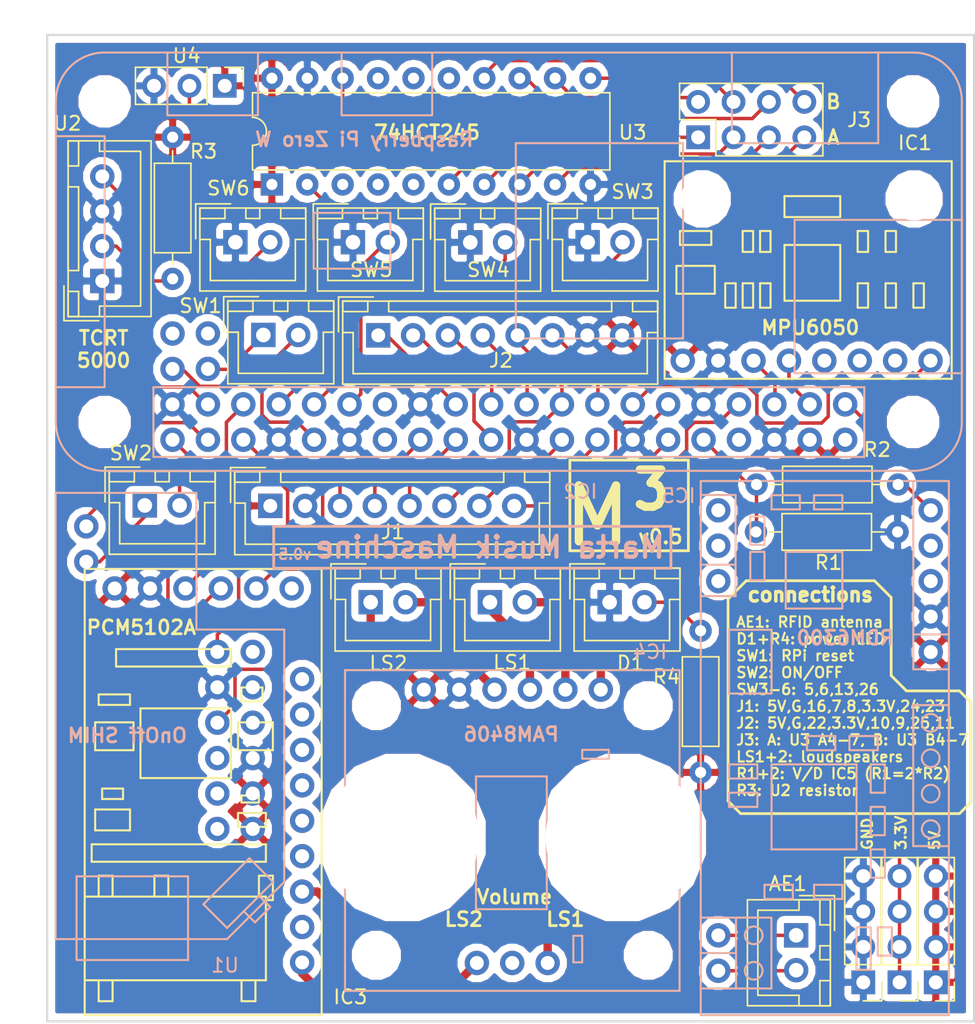
<source format=kicad_pcb>
(kicad_pcb (version 4) (host pcbnew 4.0.7-e2-6376~58~ubuntu16.04.1)
  (layers (0 F.Cu signal) (31 B.Cu signal hide) (34 B.Paste user) (35 F.Paste user) (36 B.SilkS user) (37 F.SilkS user hide) (38 B.Mask user) (39 F.Mask user hide) (44 Edge.Cuts user))
  (net 0 "")
  (net 1 "Net-(AE1-Pad1)")
  (net 2 "Net-(AE1-Pad2)")
  (net 3 GNDREF)
  (net 4 +5V)
  (net 5 "Net-(IC1-Pad3)")
  (net 6 "Net-(IC1-Pad4)")
  (net 7 "Net-(IC1-Pad5)")
  (net 8 "Net-(IC1-Pad6)")
  (net 9 "Net-(IC1-Pad7)")
  (net 10 "Net-(IC1-Pad8)")
  (net 11 "Net-(IC2-Pad21)")
  (net 12 "Net-(IC2-Pad22)")
  (net 13 "Net-(IC2-Pad23)")
  (net 14 "Net-(IC2-Pad24)")
  (net 15 "Net-(IC2-Pad26)")
  (net 16 "Net-(IC2-Pad27)")
  (net 17 "Net-(IC2-Pad28)")
  (net 18 "Net-(IC2-Pad29)")
  (net 19 "Net-(IC2-Pad31)")
  (net 20 "Net-(IC2-Pad32)")
  (net 21 "Net-(IC2-Pad33)")
  (net 22 "Net-(IC2-Pad35)")
  (net 23 "Net-(IC2-Pad36)")
  (net 24 "Net-(IC2-Pad37)")
  (net 25 "Net-(IC2-Pad38)")
  (net 26 "Net-(IC2-Pad40)")
  (net 27 +3V3)
  (net 28 "Net-(IC2-Pad8)")
  (net 29 "Net-(IC2-Pad10)")
  (net 30 "Net-(IC2-Pad11)")
  (net 31 "Net-(IC2-Pad12)")
  (net 32 "Net-(IC2-Pad15)")
  (net 33 "Net-(IC2-Pad16)")
  (net 34 "Net-(IC2-Pad17)")
  (net 35 "Net-(IC2-Pad18)")
  (net 36 "Net-(IC2-Pad19)")
  (net 37 "Net-(IC2-Pad41)")
  (net 38 "Net-(IC2-Pad42)")
  (net 39 "Net-(IC2-Pad43)")
  (net 40 "Net-(IC2-Pad44)")
  (net 41 "Net-(IC3-Pad6)")
  (net 42 "Net-(IC3-Pad12)")
  (net 43 "Net-(IC3-Pad13)")
  (net 44 "Net-(IC3-Pad14)")
  (net 45 "Net-(IC3-Pad15)")
  (net 46 "Net-(IC3-Pad11)")
  (net 47 "Net-(IC3-Pad10)")
  (net 48 "Net-(IC3-Pad9)")
  (net 49 "Net-(IC3-Pad8)")
  (net 50 "Net-(IC3-Pad7)")
  (net 51 "Net-(IC4-Pad3)")
  (net 52 "Net-(IC4-Pad5)")
  (net 53 "Net-(IC5-Pad3)")
  (net 54 "Net-(IC5-Pad4)")
  (net 55 "Net-(IC5-Pad5)")
  (net 56 "Net-(IC5-Pad6)")
  (net 57 "Net-(IC5-Pad7)")
  (net 58 "Net-(IC5-Pad8)")
  (net 59 "Net-(U3-Pad18)")
  (net 60 "Net-(IC4-Pad6)")
  (net 61 "Net-(IC4-Pad4)")
  (net 62 "Net-(IC4-Pad8)")
  (net 63 "Net-(J3-Pad1)")
  (net 64 "Net-(J3-Pad2)")
  (net 65 "Net-(J3-Pad3)")
  (net 66 "Net-(J3-Pad4)")
  (net 67 "Net-(J3-Pad5)")
  (net 68 "Net-(J3-Pad6)")
  (net 69 "Net-(J3-Pad7)")
  (net 70 "Net-(IC2-Pad7)")
  (net 71 "Net-(SW2-Pad2)")
  (net 72 "Net-(J3-Pad8)")
  (net 73 "Net-(SW2-Pad1)")
  (net 74 "Net-(U3-Pad3)")
  (net 75 "Net-(U3-Pad4)")
  (net 76 "Net-(U3-Pad5)")
  (net 77 "Net-(U3-Pad15)")
  (net 78 "Net-(U3-Pad16)")
  (net 79 "Net-(U3-Pad17)")
  (net 80 "Net-(R3-Pad1)")
  (net 81 "Net-(U1-Pad4)")
  (net 82 "Net-(U1-Pad5)")
  (net 83 "Net-(U1-Pad6)")
  (net 84 "Net-(U1-Pad7)")
  (net 85 "Net-(U1-Pad8)")
  (net 86 "Net-(U1-Pad9)")
  (net 87 "Net-(D1-Pad2)")
  (module Connectors_JST:JST_XH_B02B-XH-A_02x2.50mm_Straight (layer F.Cu) (at 158.75 69.5)
    (fp_text reference SW2 (at -1 -3.75) (layer F.SilkS))
    (fp_text value "ON/OFF Button")
    (pad 1 thru_hole rect (at 0 0) (size 1.75 1.75) (drill 1.05) (layers *.Cu *.Mask) (net 73 "Net-(SW2-Pad1)"))
    (pad 2 thru_hole circle (at 2.5 0) (size 1.75 1.75) (drill 1.05) (layers *.Cu *.Mask) (net 71 "Net-(SW2-Pad2)"))
  )
  (module Resistors_THT:R_Axial_DIN0207_L6.3mm_D2.5mm_P10.16mm_Horizontal (layer F.Cu) (at 212.8 68 180)
    (fp_text reference R2 (at 1.5 2.5 180) (layer F.SilkS))
    (fp_text value a)
    (pad 1 thru_hole circle (at 0 0 180) (size 1.6 1.6) (drill 0.8) (layers *.Cu *.Mask) (net 55 "Net-(IC5-Pad5)"))
    (pad 2 thru_hole oval (at 10.16 0 180) (size 1.6 1.6) (drill 0.8) (layers *.Cu *.Mask) (net 29 "Net-(IC2-Pad10)"))
  )
  (module footprints:RaspberryPiZeroW_UpSideDown (layer B.Cu) (at 209 62.25)
    (fp_text reference IC2 (at -19 6.25) (layer B.SilkS) (effects (justify mirror)))
    (fp_text value RaspberryPiZeroW)
    (pad "" np_thru_hole circle (at -53.13 1.27) (size 2.75 2.75) (drill 2.75) (layers *.Cu *.Mask))
    (pad "" np_thru_hole circle (at 4.87 -21.73) (size 2.75 2.75) (drill 2.75) (layers *.Cu *.Mask))
    (pad "" np_thru_hole circle (at 4.87 1.27) (size 2.75 2.75) (drill 2.75) (layers *.Cu *.Mask))
    (pad "" np_thru_hole circle (at -53.13 -21.73) (size 2.75 2.75) (drill 2.75) (layers *.Cu *.Mask))
    (pad 1 thru_hole circle (at 0 0) (size 1.75 1.75) (drill 1) (layers *.Cu *.Mask) (net 27 +3V3))
    (pad 2 thru_hole circle (at 0 2.54) (size 1.75 1.75) (drill 1) (layers *.Cu *.Mask) (net 4 +5V))
    (pad 3 thru_hole circle (at -2.54 0) (size 1.75 1.75) (drill 1) (layers *.Cu *.Mask) (net 6 "Net-(IC1-Pad4)"))
    (pad 4 thru_hole circle (at -2.54 2.54) (size 1.75 1.75) (drill 1) (layers *.Cu *.Mask) (net 4 +5V))
    (pad 5 thru_hole circle (at -5.08 0) (size 1.75 1.75) (drill 1) (layers *.Cu *.Mask) (net 5 "Net-(IC1-Pad3)"))
    (pad 6 thru_hole circle (at -5.08 2.54) (size 1.75 1.75) (drill 1) (layers *.Cu *.Mask) (net 3 GNDREF))
    (pad 7 thru_hole circle (at -7.62 0) (size 1.75 1.75) (drill 1) (layers *.Cu *.Mask) (net 70 "Net-(IC2-Pad7)"))
    (pad 8 thru_hole circle (at -7.62 2.54) (size 1.75 1.75) (drill 1) (layers *.Cu *.Mask) (net 28 "Net-(IC2-Pad8)"))
    (pad 9 thru_hole circle (at -10.16 0) (size 1.75 1.75) (drill 1) (layers *.Cu *.Mask) (net 3 GNDREF))
    (pad 10 thru_hole circle (at -10.16 2.54) (size 1.75 1.75) (drill 1) (layers *.Cu *.Mask) (net 29 "Net-(IC2-Pad10)"))
    (pad 11 thru_hole circle (at -12.7 0) (size 1.75 1.75) (drill 1) (layers *.Cu *.Mask) (net 30 "Net-(IC2-Pad11)"))
    (pad 12 thru_hole circle (at -12.7 2.54) (size 1.75 1.75) (drill 1) (layers *.Cu *.Mask) (net 31 "Net-(IC2-Pad12)"))
    (pad 13 thru_hole circle (at -15.24 0) (size 1.75 1.75) (drill 1) (layers *.Cu *.Mask) (net 10 "Net-(IC1-Pad8)"))
    (pad 14 thru_hole circle (at -15.24 2.54) (size 1.75 1.75) (drill 1) (layers *.Cu *.Mask) (net 3 GNDREF))
    (pad 15 thru_hole circle (at -17.78 0) (size 1.75 1.75) (drill 1) (layers *.Cu *.Mask) (net 32 "Net-(IC2-Pad15)"))
    (pad 16 thru_hole circle (at -17.78 2.54) (size 1.75 1.75) (drill 1) (layers *.Cu *.Mask) (net 33 "Net-(IC2-Pad16)"))
    (pad 17 thru_hole circle (at -20.32 0) (size 1.75 1.75) (drill 1) (layers *.Cu *.Mask) (net 34 "Net-(IC2-Pad17)"))
    (pad 18 thru_hole circle (at -20.32 2.54) (size 1.75 1.75) (drill 1) (layers *.Cu *.Mask) (net 35 "Net-(IC2-Pad18)"))
    (pad 19 thru_hole circle (at -22.86 0) (size 1.75 1.75) (drill 1) (layers *.Cu *.Mask) (net 36 "Net-(IC2-Pad19)"))
    (pad 20 thru_hole circle (at -22.86 2.54) (size 1.75 1.75) (drill 1) (layers *.Cu *.Mask) (net 3 GNDREF))
    (pad 21 thru_hole circle (at -25.4 0) (size 1.75 1.75) (drill 1) (layers *.Cu *.Mask) (net 11 "Net-(IC2-Pad21)"))
    (pad 22 thru_hole circle (at -25.4 2.54) (size 1.75 1.75) (drill 1) (layers *.Cu *.Mask) (net 12 "Net-(IC2-Pad22)"))
    (pad 23 thru_hole circle (at -27.94 0) (size 1.75 1.75) (drill 1) (layers *.Cu *.Mask) (net 13 "Net-(IC2-Pad23)"))
    (pad 24 thru_hole circle (at -27.94 2.54) (size 1.75 1.75) (drill 1) (layers *.Cu *.Mask) (net 14 "Net-(IC2-Pad24)"))
    (pad 25 thru_hole circle (at -30.48 0) (size 1.75 1.75) (drill 1) (layers *.Cu *.Mask) (net 3 GNDREF))
    (pad 26 thru_hole circle (at -30.48 2.54) (size 1.75 1.75) (drill 1) (layers *.Cu *.Mask) (net 15 "Net-(IC2-Pad26)"))
    (pad 27 thru_hole circle (at -33.02 0) (size 1.75 1.75) (drill 1) (layers *.Cu *.Mask) (net 16 "Net-(IC2-Pad27)"))
    (pad 28 thru_hole circle (at -33.02 2.54) (size 1.75 1.75) (drill 1) (layers *.Cu *.Mask) (net 17 "Net-(IC2-Pad28)"))
    (pad 29 thru_hole circle (at -35.56 0) (size 1.75 1.75) (drill 1) (layers *.Cu *.Mask) (net 18 "Net-(IC2-Pad29)"))
    (pad 30 thru_hole circle (at -35.56 2.54) (size 1.75 1.75) (drill 1) (layers *.Cu *.Mask) (net 3 GNDREF))
    (pad 31 thru_hole circle (at -38.1 0) (size 1.75 1.75) (drill 1) (layers *.Cu *.Mask) (net 19 "Net-(IC2-Pad31)"))
    (pad 32 thru_hole circle (at -38.1 2.54) (size 1.75 1.75) (drill 1) (layers *.Cu *.Mask) (net 20 "Net-(IC2-Pad32)"))
    (pad 33 thru_hole circle (at -40.64 0) (size 1.75 1.75) (drill 1) (layers *.Cu *.Mask) (net 21 "Net-(IC2-Pad33)"))
    (pad 34 thru_hole circle (at -40.64 2.54) (size 1.75 1.75) (drill 1) (layers *.Cu *.Mask) (net 3 GNDREF))
    (pad 35 thru_hole circle (at -43.18 0) (size 1.75 1.75) (drill 1) (layers *.Cu *.Mask) (net 22 "Net-(IC2-Pad35)"))
    (pad 36 thru_hole circle (at -43.18 2.54) (size 1.75 1.75) (drill 1) (layers *.Cu *.Mask) (net 23 "Net-(IC2-Pad36)"))
    (pad 37 thru_hole circle (at -45.72 0) (size 1.75 1.75) (drill 1) (layers *.Cu *.Mask) (net 24 "Net-(IC2-Pad37)"))
    (pad 38 thru_hole circle (at -45.72 2.54) (size 1.75 1.75) (drill 1) (layers *.Cu *.Mask) (net 25 "Net-(IC2-Pad38)"))
    (pad 39 thru_hole circle (at -48.26 0) (size 1.75 1.75) (drill 1) (layers *.Cu *.Mask) (net 3 GNDREF))
    (pad 40 thru_hole circle (at -48.26 2.54) (size 1.75 1.75) (drill 1) (layers *.Cu *.Mask) (net 26 "Net-(IC2-Pad40)"))
    (pad 41 thru_hole circle (at -45.72 -2.54) (size 1.75 1.75) (drill 1) (layers *.Cu *.Mask) (net 37 "Net-(IC2-Pad41)"))
    (pad 42 thru_hole circle (at -48.26 -2.54) (size 1.75 1.75) (drill 1) (layers *.Cu *.Mask) (net 38 "Net-(IC2-Pad42)"))
    (pad 43 thru_hole circle (at -45.72 -5.08) (size 1.75 1.75) (drill 1) (layers *.Cu *.Mask) (net 39 "Net-(IC2-Pad43)"))
    (pad 44 thru_hole circle (at -48.26 -5.08) (size 1.75 1.75) (drill 1) (layers *.Cu *.Mask) (net 40 "Net-(IC2-Pad44)"))
  )
  (module footprints:MPU6050 (layer F.Cu) (at 197.3453 59.1185)
    (fp_text reference IC1 (at 16.6547 -15.6185) (layer F.SilkS))
    (fp_text value "MPU6050 Gyro + Accelerometer")
    (pad 1 thru_hole circle (at 0 0) (size 1.75 1.75) (drill 1) (layers *.Cu *.Mask) (net 4 +5V))
    (pad "" np_thru_hole circle (at 1.4 -11.6) (size 3.1 3.1) (drill 3.1) (layers *.Cu *.Mask))
    (pad "" np_thru_hole circle (at 16.6 -11.6) (size 3.1 3.1) (drill 3.1) (layers *.Cu *.Mask))
    (pad 2 thru_hole circle (at 2.54 0) (size 1.75 1.75) (drill 1) (layers *.Cu *.Mask) (net 3 GNDREF))
    (pad 3 thru_hole circle (at 5.08 0) (size 1.75 1.75) (drill 1) (layers *.Cu *.Mask) (net 5 "Net-(IC1-Pad3)"))
    (pad 4 thru_hole circle (at 7.62 0) (size 1.75 1.75) (drill 1) (layers *.Cu *.Mask) (net 6 "Net-(IC1-Pad4)"))
    (pad 5 thru_hole circle (at 10.16 0) (size 1.75 1.75) (drill 1) (layers *.Cu *.Mask) (net 7 "Net-(IC1-Pad5)"))
    (pad 6 thru_hole circle (at 12.7 0) (size 1.75 1.75) (drill 1) (layers *.Cu *.Mask) (net 8 "Net-(IC1-Pad6)"))
    (pad 7 thru_hole circle (at 15.24 0) (size 1.75 1.75) (drill 1) (layers *.Cu *.Mask) (net 9 "Net-(IC1-Pad7)"))
    (pad 8 thru_hole circle (at 17.78 0) (size 1.75 1.75) (drill 1) (layers *.Cu *.Mask) (net 10 "Net-(IC1-Pad8)"))
  )
  (module Connectors_JST:JST_XH_B08B-XH-A_08x2.50mm_Straight (layer F.Cu) (at 175.5 57.3)
    (fp_text reference J2 (at 8.8 1.8) (layer F.SilkS))
    (fp_text value Conn_01x08)
    (pad 1 thru_hole rect (at 0 0) (size 1.75 1.75) (drill 1) (layers *.Cu *.Mask) (net 13 "Net-(IC2-Pad23)"))
    (pad 2 thru_hole circle (at 2.5 0) (size 1.75 1.75) (drill 1) (layers *.Cu *.Mask) (net 12 "Net-(IC2-Pad22)"))
    (pad 3 thru_hole circle (at 5 0) (size 1.75 1.75) (drill 1) (layers *.Cu *.Mask) (net 11 "Net-(IC2-Pad21)"))
    (pad 4 thru_hole circle (at 7.5 0) (size 1.75 1.75) (drill 1) (layers *.Cu *.Mask) (net 36 "Net-(IC2-Pad19)"))
    (pad 5 thru_hole circle (at 10 0) (size 1.75 1.75) (drill 1) (layers *.Cu *.Mask) (net 34 "Net-(IC2-Pad17)"))
    (pad 6 thru_hole circle (at 12.5 0) (size 1.75 1.75) (drill 1) (layers *.Cu *.Mask) (net 32 "Net-(IC2-Pad15)"))
    (pad 7 thru_hole circle (at 15 0) (size 1.75 1.75) (drill 1) (layers *.Cu *.Mask) (net 3 GNDREF))
    (pad 8 thru_hole circle (at 17.5 0) (size 1.75 1.75) (drill 1) (layers *.Cu *.Mask) (net 4 +5V))
  )
  (module Housings_DIP:DIP-20_W7.62mm (layer F.Cu) (at 167.8686 46.482 90)
    (fp_text reference U3 (at 3.732 25.8814 360) (layer F.SilkS))
    (fp_text value "74HCT245 Level Shifter")
    (pad 1 thru_hole rect (at 0 0 90) (size 1.6 1.6) (drill 0.8) (layers *.Cu *.Mask) (net 4 +5V))
    (pad 11 thru_hole oval (at 7.62 22.86 90) (size 1.6 1.6) (drill 0.8) (layers *.Cu *.Mask) (net 66 "Net-(J3-Pad4)"))
    (pad 2 thru_hole oval (at 0 2.54 90) (size 1.6 1.6) (drill 0.8) (layers *.Cu *.Mask) (net 20 "Net-(IC2-Pad32)"))
    (pad 12 thru_hole oval (at 7.62 20.32 90) (size 1.6 1.6) (drill 0.8) (layers *.Cu *.Mask) (net 64 "Net-(J3-Pad2)"))
    (pad 3 thru_hole oval (at 0 5.08 90) (size 1.6 1.6) (drill 0.8) (layers *.Cu *.Mask) (net 74 "Net-(U3-Pad3)"))
    (pad 13 thru_hole oval (at 7.62 17.78 90) (size 1.6 1.6) (drill 0.8) (layers *.Cu *.Mask) (net 68 "Net-(J3-Pad6)"))
    (pad 4 thru_hole oval (at 0 7.62 90) (size 1.6 1.6) (drill 0.8) (layers *.Cu *.Mask) (net 75 "Net-(U3-Pad4)"))
    (pad 14 thru_hole oval (at 7.62 15.24 90) (size 1.6 1.6) (drill 0.8) (layers *.Cu *.Mask) (net 72 "Net-(J3-Pad8)"))
    (pad 5 thru_hole oval (at 0 10.16 90) (size 1.6 1.6) (drill 0.8) (layers *.Cu *.Mask) (net 76 "Net-(U3-Pad5)"))
    (pad 15 thru_hole oval (at 7.62 12.7 90) (size 1.6 1.6) (drill 0.8) (layers *.Cu *.Mask) (net 77 "Net-(U3-Pad15)"))
    (pad 6 thru_hole oval (at 0 12.7 90) (size 1.6 1.6) (drill 0.8) (layers *.Cu *.Mask) (net 63 "Net-(J3-Pad1)"))
    (pad 16 thru_hole oval (at 7.62 10.16 90) (size 1.6 1.6) (drill 0.8) (layers *.Cu *.Mask) (net 78 "Net-(U3-Pad16)"))
    (pad 7 thru_hole oval (at 0 15.24 90) (size 1.6 1.6) (drill 0.8) (layers *.Cu *.Mask) (net 65 "Net-(J3-Pad3)"))
    (pad 17 thru_hole oval (at 7.62 7.62 90) (size 1.6 1.6) (drill 0.8) (layers *.Cu *.Mask) (net 79 "Net-(U3-Pad17)"))
    (pad 8 thru_hole oval (at 0 17.78 90) (size 1.6 1.6) (drill 0.8) (layers *.Cu *.Mask) (net 67 "Net-(J3-Pad5)"))
    (pad 18 thru_hole oval (at 7.62 5.08 90) (size 1.6 1.6) (drill 0.8) (layers *.Cu *.Mask) (net 59 "Net-(U3-Pad18)"))
    (pad 9 thru_hole oval (at 0 20.32 90) (size 1.6 1.6) (drill 0.8) (layers *.Cu *.Mask) (net 69 "Net-(J3-Pad7)"))
    (pad 19 thru_hole oval (at 7.62 2.54 90) (size 1.6 1.6) (drill 0.8) (layers *.Cu *.Mask) (net 3 GNDREF))
    (pad 10 thru_hole oval (at 0 22.86 90) (size 1.6 1.6) (drill 0.8) (layers *.Cu *.Mask) (net 3 GNDREF))
    (pad 20 thru_hole oval (at 7.62 0 90) (size 1.6 1.6) (drill 0.8) (layers *.Cu *.Mask) (net 4 +5V))
  )
  (module Connectors_JST:JST_XH_B02B-XH-A_02x2.50mm_Straight (layer F.Cu) (at 183.515 76.4413)
    (fp_text reference LS1 (at 1.5875 4.318) (layer F.SilkS))
    (fp_text value "Right Speaker")
    (pad 1 thru_hole rect (at 0 0) (size 1.75 1.75) (drill 1.05) (layers *.Cu *.Mask) (net 52 "Net-(IC4-Pad5)"))
    (pad 2 thru_hole circle (at 2.5 0) (size 1.75 1.75) (drill 1.05) (layers *.Cu *.Mask) (net 60 "Net-(IC4-Pad6)"))
  )
  (module Connectors_JST:JST_XH_B02B-XH-A_02x2.50mm_Straight (layer F.Cu) (at 174.9552 76.4413)
    (fp_text reference LS2 (at 1.27 4.3815) (layer F.SilkS))
    (fp_text value "Left Speaker")
    (pad 1 thru_hole rect (at 0 0) (size 1.75 1.75) (drill 1.05) (layers *.Cu *.Mask) (net 51 "Net-(IC4-Pad3)"))
    (pad 2 thru_hole circle (at 2.5 0) (size 1.75 1.75) (drill 1.05) (layers *.Cu *.Mask) (net 61 "Net-(IC4-Pad4)"))
  )
  (module Connectors_JST:JST_XH_B02B-XH-A_02x2.50mm_Straight (layer F.Cu) (at 167.259 57.277)
    (fp_text reference SW1 (at -4.5085 -2.0955) (layer F.SilkS))
    (fp_text value "Reset Button")
    (pad 1 thru_hole rect (at 0 0) (size 1.75 1.75) (drill 1.05) (layers *.Cu *.Mask) (net 37 "Net-(IC2-Pad41)"))
    (pad 2 thru_hole circle (at 2.5 0) (size 1.75 1.75) (drill 1.05) (layers *.Cu *.Mask) (net 38 "Net-(IC2-Pad42)"))
  )
  (module Connectors_JST:JST_XH_B02B-XH-A_02x2.50mm_Straight (layer F.Cu) (at 190.5254 50.6222)
    (fp_text reference SW3 (at 3.2246 -3.6222 180) (layer F.SilkS))
    (fp_text value "GPIO 5")
    (pad 1 thru_hole rect (at 0 0) (size 1.75 1.75) (drill 1.05) (layers *.Cu *.Mask) (net 3 GNDREF))
    (pad 2 thru_hole circle (at 2.5 0) (size 1.75 1.75) (drill 1.05) (layers *.Cu *.Mask) (net 18 "Net-(IC2-Pad29)"))
  )
  (module Connectors_JST:JST_XH_B02B-XH-A_02x2.50mm_Straight (layer F.Cu) (at 182.1053 50.6349)
    (fp_text reference SW4 (at 1.2947 1.9651 180) (layer F.SilkS))
    (fp_text value "GPIO 6")
    (pad 1 thru_hole rect (at 0 0) (size 1.75 1.75) (drill 1.05) (layers *.Cu *.Mask) (net 3 GNDREF))
    (pad 2 thru_hole circle (at 2.5 0) (size 1.75 1.75) (drill 1.05) (layers *.Cu *.Mask) (net 19 "Net-(IC2-Pad31)"))
  )
  (module Connectors_JST:JST_XH_B02B-XH-A_02x2.50mm_Straight (layer F.Cu) (at 173.6852 50.6222)
    (fp_text reference SW5 (at 1.3148 1.9778) (layer F.SilkS))
    (fp_text value "GPIO 13")
    (pad 1 thru_hole rect (at 0 0) (size 1.75 1.75) (drill 1.05) (layers *.Cu *.Mask) (net 3 GNDREF))
    (pad 2 thru_hole circle (at 2.5 0) (size 1.75 1.75) (drill 1.05) (layers *.Cu *.Mask) (net 21 "Net-(IC2-Pad33)"))
  )
  (module Connectors_JST:JST_XH_B02B-XH-A_02x2.50mm_Straight (layer F.Cu) (at 165.2524 50.6222)
    (fp_text reference SW6 (at -0.5024 -3.8722 180) (layer F.SilkS))
    (fp_text value "GPIO 26")
    (pad 1 thru_hole rect (at 0 0) (size 1.75 1.75) (drill 1.05) (layers *.Cu *.Mask) (net 3 GNDREF))
    (pad 2 thru_hole circle (at 2.5 0) (size 1.75 1.75) (drill 1.05) (layers *.Cu *.Mask) (net 24 "Net-(IC2-Pad37)"))
  )
  (module Connectors_JST:JST_XH_B04B-XH-A_04x2.50mm_Straight (layer F.Cu) (at 155.702 53.4035 90)
    (fp_text reference U2 (at 11.3035 -2.502 360) (layer F.SilkS))
    (fp_text value "TCRT5000 IR Sensor")
    (pad 1 thru_hole rect (at 0 0 90) (size 1.75 1.75) (drill 1) (layers *.Cu *.Mask) (net 3 GNDREF))
    (pad 2 thru_hole circle (at 2.5 0 90) (size 1.75 1.75) (drill 1) (layers *.Cu *.Mask) (net 25 "Net-(IC2-Pad38)"))
    (pad 3 thru_hole circle (at 5 0 90) (size 1.75 1.75) (drill 1) (layers *.Cu *.Mask) (net 3 GNDREF))
    (pad 4 thru_hole circle (at 7.5 0 90) (size 1.75 1.75) (drill 1) (layers *.Cu *.Mask) (net 80 "Net-(R3-Pad1)"))
  )
  (module Pin_Headers:Pin_Header_Straight_1x03_Pitch2.54mm (layer F.Cu) (at 164.4904 39.4081 270)
    (fp_text reference U4 (at -2.1581 2.7404 540) (layer F.SilkS))
    (fp_text value WS2812B)
    (pad 1 thru_hole rect (at 0 0 270) (size 1.7 1.7) (drill 1) (layers *.Cu *.Mask) (net 4 +5V))
    (pad 2 thru_hole oval (at 0 2.54 270) (size 1.7 1.7) (drill 1) (layers *.Cu *.Mask) (net 59 "Net-(U3-Pad18)"))
    (pad 3 thru_hole oval (at 0 5.08 270) (size 1.7 1.7) (drill 1) (layers *.Cu *.Mask) (net 3 GNDREF))
  )
  (module Connectors_JST:JST_XH_B08B-XH-A_08x2.50mm_Straight (layer F.Cu) (at 167.7543 69.5325)
    (fp_text reference J1 (at 8.7957 1.8675) (layer F.SilkS))
    (fp_text value Conn_01x08)
    (pad 1 thru_hole rect (at 0 0) (size 1.75 1.75) (drill 1) (layers *.Cu *.Mask) (net 4 +5V))
    (pad 2 thru_hole circle (at 2.5 0) (size 1.75 1.75) (drill 1) (layers *.Cu *.Mask) (net 3 GNDREF))
    (pad 3 thru_hole circle (at 5 0) (size 1.75 1.75) (drill 1) (layers *.Cu *.Mask) (net 23 "Net-(IC2-Pad36)"))
    (pad 4 thru_hole circle (at 7.5 0) (size 1.75 1.75) (drill 1) (layers *.Cu *.Mask) (net 15 "Net-(IC2-Pad26)"))
    (pad 5 thru_hole circle (at 10 0) (size 1.75 1.75) (drill 1) (layers *.Cu *.Mask) (net 14 "Net-(IC2-Pad24)"))
    (pad 6 thru_hole circle (at 12.5 0) (size 1.75 1.75) (drill 1) (layers *.Cu *.Mask) (net 34 "Net-(IC2-Pad17)"))
    (pad 7 thru_hole circle (at 15 0) (size 1.75 1.75) (drill 1) (layers *.Cu *.Mask) (net 35 "Net-(IC2-Pad18)"))
    (pad 8 thru_hole circle (at 17.5 0) (size 1.75 1.75) (drill 1) (layers *.Cu *.Mask) (net 33 "Net-(IC2-Pad16)"))
  )
  (module Pin_Headers:Pin_Header_Straight_1x04_Pitch2.54mm (layer F.Cu) (at 212.9 103.7 180)
    (fp_text reference J5 hide)
    (fp_text value +3.3V)
    (pad 1 thru_hole rect (at 0 0 180) (size 1.7 1.7) (drill 1) (layers *.Cu *.Mask) (net 27 +3V3))
    (pad 2 thru_hole oval (at 0 2.54 180) (size 1.7 1.7) (drill 1) (layers *.Cu *.Mask) (net 27 +3V3))
    (pad 3 thru_hole oval (at 0 5.08 180) (size 1.7 1.7) (drill 1) (layers *.Cu *.Mask) (net 27 +3V3))
    (pad 4 thru_hole oval (at 0 7.62 180) (size 1.7 1.7) (drill 1) (layers *.Cu *.Mask) (net 27 +3V3))
  )
  (module Pin_Headers:Pin_Header_Straight_1x04_Pitch2.54mm (layer F.Cu) (at 210.3 103.7 180)
    (fp_text reference J4 hide)
    (fp_text value GND)
    (pad 1 thru_hole rect (at 0 0 180) (size 1.7 1.7) (drill 1) (layers *.Cu *.Mask) (net 3 GNDREF))
    (pad 2 thru_hole oval (at 0 2.54 180) (size 1.7 1.7) (drill 1) (layers *.Cu *.Mask) (net 3 GNDREF))
    (pad 3 thru_hole oval (at 0 5.08 180) (size 1.7 1.7) (drill 1) (layers *.Cu *.Mask) (net 3 GNDREF))
    (pad 4 thru_hole oval (at 0 7.62 180) (size 1.7 1.7) (drill 1) (layers *.Cu *.Mask) (net 3 GNDREF))
  )
  (module Pin_Headers:Pin_Header_Straight_1x04_Pitch2.54mm (layer F.Cu) (at 215.5 103.7 180)
    (fp_text reference J6 hide)
    (fp_text value +5V)
    (pad 1 thru_hole rect (at 0 0 180) (size 1.7 1.7) (drill 1) (layers *.Cu *.Mask) (net 4 +5V))
    (pad 2 thru_hole oval (at 0 2.54 180) (size 1.7 1.7) (drill 1) (layers *.Cu *.Mask) (net 4 +5V))
    (pad 3 thru_hole oval (at 0 5.08 180) (size 1.7 1.7) (drill 1) (layers *.Cu *.Mask) (net 4 +5V))
    (pad 4 thru_hole oval (at 0 7.62 180) (size 1.7 1.7) (drill 1) (layers *.Cu *.Mask) (net 4 +5V))
  )
  (module footprints:PAM8406 (layer B.Cu) (at 182.5752 102.3112 180)
    (fp_text reference IC4 (at -12.4248 22.3112 180) (layer B.SilkS) (effects (justify mirror)))
    (fp_text value "PAM8406 Audio Amplifier")
    (pad "" np_thru_hole circle (at 7.207 18.45 180) (size 2.5 2.5) (drill 2.5) (layers *.Cu *.Mask))
    (pad "" np_thru_hole circle (at 7.207 0.55 180) (size 2.5 2.5) (drill 2.5) (layers *.Cu *.Mask))
    (pad "" np_thru_hole circle (at -12.293 0.55 180) (size 2.5 2.5) (drill 2.5) (layers *.Cu *.Mask))
    (pad "" np_thru_hole circle (at -12.293 18.45 180) (size 2.5 2.5) (drill 2.5) (layers *.Cu *.Mask))
    (pad "" np_thru_hole circle (at -10.443 9 180) (size 11 11) (drill 11) (layers *.Cu *.Mask))
    (pad "" np_thru_hole circle (at 5.36 9 180) (size 11 11) (drill 11) (layers *.Cu *.Mask))
    (pad 1 thru_hole circle (at 3.81 19.6 180) (size 1.75 1.75) (drill 1) (layers *.Cu *.Mask) (net 4 +5V))
    (pad 2 thru_hole circle (at 1.27 19.6 180) (size 1.75 1.75) (drill 1) (layers *.Cu *.Mask) (net 3 GNDREF))
    (pad 3 thru_hole circle (at -1.27 19.6 180) (size 1.75 1.75) (drill 1) (layers *.Cu *.Mask) (net 51 "Net-(IC4-Pad3)"))
    (pad 4 thru_hole circle (at -3.81 19.6 180) (size 1.75 1.75) (drill 1) (layers *.Cu *.Mask) (net 61 "Net-(IC4-Pad4)"))
    (pad 5 thru_hole circle (at -6.35 19.6 180) (size 1.75 1.75) (drill 1) (layers *.Cu *.Mask) (net 52 "Net-(IC4-Pad5)"))
    (pad 6 thru_hole circle (at -8.89 19.6 180) (size 1.75 1.75) (drill 1) (layers *.Cu *.Mask) (net 60 "Net-(IC4-Pad6)"))
    (pad 7 thru_hole circle (at 0 0 180) (size 1.75 1.75) (drill 1) (layers *.Cu *.Mask) (net 45 "Net-(IC3-Pad15)"))
    (pad 8 thru_hole circle (at -2.54 0 180) (size 1.75 1.75) (drill 1) (layers *.Cu *.Mask) (net 62 "Net-(IC4-Pad8)"))
    (pad 9 thru_hole circle (at -5.08 0 180) (size 1.75 1.75) (drill 1) (layers *.Cu *.Mask) (net 43 "Net-(IC3-Pad13)"))
  )
  (module footprints:PCM5102 (layer F.Cu) (at 170.0403 81.9531 270)
    (fp_text reference IC3 (at 22.7969 -3.4597 360) (layer F.SilkS))
    (fp_text value "PCM5102 Audio Stereo DAC")
    (pad 1 thru_hole circle (at -6.5 13.45 270) (size 1.75 1.75) (drill 1) (layers *.Cu *.Mask) (net 4 +5V))
    (pad 2 thru_hole circle (at -6.5 10.91 270) (size 1.75 1.75) (drill 1) (layers *.Cu *.Mask) (net 3 GNDREF))
    (pad 3 thru_hole circle (at -6.5 8.37 270) (size 1.75 1.75) (drill 1) (layers *.Cu *.Mask) (net 22 "Net-(IC2-Pad35)"))
    (pad 4 thru_hole circle (at -6.5 5.83 270) (size 1.75 1.75) (drill 1) (layers *.Cu *.Mask) (net 26 "Net-(IC2-Pad40)"))
    (pad 5 thru_hole circle (at -6.5 3.29 270) (size 1.75 1.75) (drill 1) (layers *.Cu *.Mask) (net 31 "Net-(IC2-Pad12)"))
    (pad 6 thru_hole circle (at -6.5 0.75 270) (size 1.75 1.75) (drill 1) (layers *.Cu *.Mask) (net 41 "Net-(IC3-Pad6)"))
    (pad 7 thru_hole circle (at 0 0 270) (size 1.75 1.75) (drill 1) (layers *.Cu *.Mask) (net 50 "Net-(IC3-Pad7)"))
    (pad 8 thru_hole circle (at 2.54 0 270) (size 1.75 1.75) (drill 1) (layers *.Cu *.Mask) (net 49 "Net-(IC3-Pad8)"))
    (pad 9 thru_hole circle (at 5.08 0 270) (size 1.75 1.75) (drill 1) (layers *.Cu *.Mask) (net 48 "Net-(IC3-Pad9)"))
    (pad 10 thru_hole circle (at 7.62 0 270) (size 1.75 1.75) (drill 1) (layers *.Cu *.Mask) (net 47 "Net-(IC3-Pad10)"))
    (pad 11 thru_hole circle (at 10.16 0 270) (size 1.75 1.75) (drill 1) (layers *.Cu *.Mask) (net 46 "Net-(IC3-Pad11)"))
    (pad 12 thru_hole circle (at 12.7 0 270) (size 1.75 1.75) (drill 1) (layers *.Cu *.Mask) (net 42 "Net-(IC3-Pad12)"))
    (pad 13 thru_hole circle (at 15.24 0 270) (size 1.75 1.75) (drill 1) (layers *.Cu *.Mask) (net 43 "Net-(IC3-Pad13)"))
    (pad 14 thru_hole circle (at 17.78 0 270) (size 1.75 1.75) (drill 1) (layers *.Cu *.Mask) (net 44 "Net-(IC3-Pad14)"))
    (pad 15 thru_hole circle (at 20.32 0 270) (size 1.75 1.75) (drill 1) (layers *.Cu *.Mask) (net 45 "Net-(IC3-Pad15)"))
  )
  (module footprints:RDM6300 (layer B.Cu) (at 215.138 80.01 270)
    (fp_text reference IC5 (at -11.2052 18.0912 540) (layer B.SilkS) (effects (justify mirror)))
    (fp_text value "RDM6300 RFID Reader")
    (pad 1 thru_hole circle (at 0 0 270) (size 1.75 1.75) (drill 1) (layers *.Cu *.Mask) (net 4 +5V))
    (pad 2 thru_hole circle (at -2.54 0 270) (size 1.75 1.75) (drill 1) (layers *.Cu *.Mask) (net 3 GNDREF))
    (pad 3 thru_hole circle (at -5.08 0 270) (size 1.75 1.75) (drill 1) (layers *.Cu *.Mask) (net 53 "Net-(IC5-Pad3)"))
    (pad 4 thru_hole circle (at -7.62 0 270) (size 1.75 1.75) (drill 1) (layers *.Cu *.Mask) (net 54 "Net-(IC5-Pad4)"))
    (pad 5 thru_hole circle (at -10.16 0 270) (size 1.75 1.75) (drill 1) (layers *.Cu *.Mask) (net 55 "Net-(IC5-Pad5)"))
    (pad 6 thru_hole circle (at -10.16 15.24 270) (size 1.75 1.75) (drill 1) (layers *.Cu *.Mask) (net 56 "Net-(IC5-Pad6)"))
    (pad 7 thru_hole circle (at -7.62 15.24 270) (size 1.75 1.75) (drill 1) (layers *.Cu *.Mask) (net 57 "Net-(IC5-Pad7)"))
    (pad 8 thru_hole circle (at -5.08 15.24 270) (size 1.75 1.75) (drill 1) (layers *.Cu *.Mask) (net 58 "Net-(IC5-Pad8)"))
    (pad 9 thru_hole circle (at 20.32 15.24 270) (size 1.75 1.75) (drill 1) (layers *.Cu *.Mask) (net 1 "Net-(AE1-Pad1)"))
    (pad 10 thru_hole circle (at 22.86 15.24 270) (size 1.75 1.75) (drill 1) (layers *.Cu *.Mask) (net 2 "Net-(AE1-Pad2)"))
  )
  (module Connectors_JST:JST_XH_B02B-XH-A_02x2.50mm_Straight (layer F.Cu) (at 205.486 100.33 270)
    (fp_text reference AE1 (at -3.7 0.6 360) (layer F.SilkS))
    (fp_text value "RFID Antenna")
    (pad 1 thru_hole rect (at 0 0 270) (size 1.75 1.75) (drill 1.05) (layers *.Cu *.Mask) (net 1 "Net-(AE1-Pad1)"))
    (pad 2 thru_hole circle (at 2.5 0 270) (size 1.75 1.75) (drill 1.05) (layers *.Cu *.Mask) (net 2 "Net-(AE1-Pad2)"))
  )
  (module Connectors_JST:JST_XH_B02B-XH-A_02x2.50mm_Straight (layer F.Cu) (at 192.1002 76.4413)
    (fp_text reference D1 (at 1.4986 4.3688) (layer F.SilkS))
    (fp_text value "Power LED")
    (pad 1 thru_hole rect (at 0 0) (size 1.75 1.75) (drill 1.05) (layers *.Cu *.Mask) (net 3 GNDREF))
    (pad 2 thru_hole circle (at 2.5 0) (size 1.75 1.75) (drill 1.05) (layers *.Cu *.Mask) (net 87 "Net-(D1-Pad2)"))
  )
  (module Resistors_THT:R_Axial_DIN0207_L6.3mm_D2.5mm_P10.16mm_Horizontal (layer F.Cu) (at 202.6 71.4)
    (fp_text reference R1 (at 5.2 2.2) (layer F.SilkS))
    (fp_text value 2a)
    (pad 1 thru_hole circle (at 0 0) (size 1.6 1.6) (drill 0.8) (layers *.Cu *.Mask) (net 29 "Net-(IC2-Pad10)"))
    (pad 2 thru_hole oval (at 10.16 0) (size 1.6 1.6) (drill 0.8) (layers *.Cu *.Mask) (net 3 GNDREF))
  )
  (module Resistors_THT:R_Axial_DIN0207_L6.3mm_D2.5mm_P10.16mm_Horizontal (layer F.Cu) (at 160.75 53.25 90)
    (fp_text reference R3 (at 9.1408 2.214 180) (layer F.SilkS))
    (fp_text value 220R)
    (pad 1 thru_hole circle (at 0 0 90) (size 1.6 1.6) (drill 0.8) (layers *.Cu *.Mask) (net 80 "Net-(R3-Pad1)"))
    (pad 2 thru_hole oval (at 10.16 0 90) (size 1.6 1.6) (drill 0.8) (layers *.Cu *.Mask) (net 4 +5V))
  )
  (module Resistors_THT:R_Axial_DIN0207_L6.3mm_D2.5mm_P10.16mm_Horizontal (layer F.Cu) (at 198.628 78.486 270)
    (fp_text reference R4 (at 3.3 2.45 360) (layer F.SilkS))
    (fp_text value R)
    (pad 1 thru_hole circle (at 0 0 270) (size 1.6 1.6) (drill 0.8) (layers *.Cu *.Mask) (net 87 "Net-(D1-Pad2)"))
    (pad 2 thru_hole oval (at 10.16 0 270) (size 1.6 1.6) (drill 0.8) (layers *.Cu *.Mask) (net 4 +5V))
  )
  (module footprints:OnOffShim (layer B.Cu) (at 159.875 86.45)
    (fp_text reference U1 (at 4.6324 16.033) (layer B.SilkS) (effects (justify mirror)))
    (fp_text value OnOffShim)
    (pad 1 thru_hole circle (at 6.62 6.25) (size 1.75 1.75) (drill 1) (layers *.Cu *.Mask) (net 4 +5V))
    (pad 2 thru_hole circle (at 6.62 3.71) (size 1.75 1.75) (drill 1) (layers *.Cu *.Mask) (net 4 +5V))
    (pad 3 thru_hole circle (at 6.62 1.17) (size 1.75 1.75) (drill 1) (layers *.Cu *.Mask) (net 3 GNDREF))
    (pad 4 thru_hole circle (at 6.62 -1.37) (size 1.75 1.75) (drill 1) (layers *.Cu *.Mask) (net 81 "Net-(U1-Pad4)"))
    (pad 5 thru_hole circle (at 6.62 -3.91) (size 1.75 1.75) (drill 1) (layers *.Cu *.Mask) (net 82 "Net-(U1-Pad5)"))
    (pad 6 thru_hole circle (at 6.62 -6.45) (size 1.75 1.75) (drill 1) (layers *.Cu *.Mask) (net 83 "Net-(U1-Pad6)"))
    (pad 7 thru_hole circle (at 4.08 6.25) (size 1.75 1.75) (drill 1) (layers *.Cu *.Mask) (net 84 "Net-(U1-Pad7)"))
    (pad 8 thru_hole circle (at 4.08 3.71) (size 1.75 1.75) (drill 1) (layers *.Cu *.Mask) (net 85 "Net-(U1-Pad8)"))
    (pad 9 thru_hole circle (at 4.08 1.17) (size 1.75 1.75) (drill 1) (layers *.Cu *.Mask) (net 86 "Net-(U1-Pad9)"))
    (pad 10 thru_hole circle (at 4.08 -1.37) (size 1.75 1.75) (drill 1) (layers *.Cu *.Mask) (net 70 "Net-(IC2-Pad7)"))
    (pad 11 thru_hole circle (at 4.08 -3.91) (size 1.75 1.75) (drill 1) (layers *.Cu *.Mask) (net 3 GNDREF))
    (pad 12 thru_hole circle (at 4.08 -6.45) (size 1.75 1.75) (drill 1) (layers *.Cu *.Mask) (net 30 "Net-(IC2-Pad11)"))
    (pad 13 thru_hole circle (at -5.32 -15.45) (size 1.75 1.75) (drill 1) (layers *.Cu *.Mask) (net 71 "Net-(SW2-Pad2)"))
    (pad 14 thru_hole circle (at -5.32 -12.91) (size 1.75 1.75) (drill 1) (layers *.Cu *.Mask) (net 73 "Net-(SW2-Pad1)"))
  )
  (module Pin_Headers:Pin_Header_Straight_2x04_Pitch2.54mm (layer F.Cu) (at 198.45 43.1 90)
    (fp_text reference J3 (at 1.25 11.55 180) (layer F.SilkS))
    (fp_text value Conn_02x04_Odd_Even)
    (pad 1 thru_hole rect (at 0 0 90) (size 1.7 1.7) (drill 1) (layers *.Cu *.Mask) (net 63 "Net-(J3-Pad1)"))
    (pad 2 thru_hole oval (at 2.54 0 90) (size 1.7 1.7) (drill 1) (layers *.Cu *.Mask) (net 64 "Net-(J3-Pad2)"))
    (pad 3 thru_hole oval (at 0 2.54 90) (size 1.7 1.7) (drill 1) (layers *.Cu *.Mask) (net 65 "Net-(J3-Pad3)"))
    (pad 4 thru_hole oval (at 2.54 2.54 90) (size 1.7 1.7) (drill 1) (layers *.Cu *.Mask) (net 66 "Net-(J3-Pad4)"))
    (pad 5 thru_hole oval (at 0 5.08 90) (size 1.7 1.7) (drill 1) (layers *.Cu *.Mask) (net 67 "Net-(J3-Pad5)"))
    (pad 6 thru_hole oval (at 2.54 5.08 90) (size 1.7 1.7) (drill 1) (layers *.Cu *.Mask) (net 68 "Net-(J3-Pad6)"))
    (pad 7 thru_hole oval (at 0 7.62 90) (size 1.7 1.7) (drill 1) (layers *.Cu *.Mask) (net 69 "Net-(J3-Pad7)"))
    (pad 8 thru_hole oval (at 2.54 7.62 90) (size 1.7 1.7) (drill 1) (layers *.Cu *.Mask) (net 72 "Net-(J3-Pad8)"))
  )
  (gr_line (start 201.9 74.9) (end 211.1 74.9) (angle 90) (layer F.SilkS) (width 0.2))
  (gr_line (start 217.2 82.8) (end 213.4 82.8) (angle 90) (layer F.SilkS) (width 0.2))
  (gr_line (start 212.3 81.7) (end 213.4 82.8) (angle 90) (layer F.SilkS) (width 0.2))
  (gr_line (start 212.3 76.1) (end 212.3 81.7) (angle 90) (layer F.SilkS) (width 0.2))
  (gr_line (start 211.1 74.9) (end 212.3 76.1) (angle 90) (layer F.SilkS) (width 0.2))
  (gr_line (start 217.2 91.6) (end 201.5 91.6) (angle 90) (layer F.SilkS) (width 0.2))
  (gr_line (start 218 90.8) (end 217.2 91.6) (angle 90) (layer F.SilkS) (width 0.2))
  (gr_line (start 218 83.6) (end 218 90.8) (angle 90) (layer F.SilkS) (width 0.2))
  (gr_line (start 217.2 82.8) (end 218 83.6) (angle 90) (layer F.SilkS) (width 0.2))
  (gr_line (start 200.6 76.2) (end 200.6 90.7) (angle 90) (layer F.SilkS) (width 0.2))
  (gr_line (start 200.6 90.7) (end 201.5 91.6) (angle 90) (layer F.SilkS) (width 0.2))
  (gr_line (start 200.6 76.2) (end 201.9 74.9) (angle 90) (layer F.SilkS) (width 0.2))
  (gr_line (start 196.5 71) (end 168 71) (angle 90) (layer B.SilkS) (width 0.2))
  (gr_line (start 196.5 74) (end 196.5 71) (angle 90) (layer B.SilkS) (width 0.2))
  (gr_line (start 168 74) (end 196.5 74) (angle 90) (layer B.SilkS) (width 0.2))
  (gr_line (start 168 71) (end 168 74) (angle 90) (layer B.SilkS) (width 0.2))
  (gr_line (start 197.75 72.75) (end 197.75 66.25) (angle 90) (layer F.SilkS) (width 0.2))
  (gr_line (start 189.25 72.75) (end 197.75 72.75) (angle 90) (layer F.SilkS) (width 0.2))
  (gr_line (start 189.25 66.25) (end 189.25 72.75) (angle 90) (layer F.SilkS) (width 0.2))
  (gr_line (start 197.75 66.25) (end 189.25 66.25) (angle 90) (layer F.SilkS) (width 0.2))
  (gr_text "GND\n\n3.3V\n\n5V" (at 213 94.3 90) (layer F.SilkS) (effects (font (size 0.75 0.75) (thickness 0.16)) (justify left)))
  (gr_text "TCRT\n5000" (at 155.8 58.3) (layer F.SilkS) (effects (font (size 1 1) (thickness 0.2))))
  (gr_text B (at 208.15 40.55) (layer F.SilkS) (effects (font (size 1 1) (thickness 0.2))))
  (gr_text A (at 208.15 43.1) (layer F.SilkS) (effects (font (size 1 1) (thickness 0.2))))
  (gr_text v0.5 (at 195.75 71.75) (layer F.SilkS) (effects (font (size 1 1) (thickness 0.2))))
  (gr_text M³ (at 192.75 70.25) (layer F.SilkS) (effects (font (size 4 4) (thickness 0.6))))
  (gr_line (start 151.75 35.75) (end 218.25 35.75) (angle 90) (layer Edge.Cuts) (width 0.15))
  (gr_line (start 151.75 106.5) (end 151.75 35.75) (angle 90) (layer Edge.Cuts) (width 0.15))
  (gr_line (start 218.25 35.75) (end 218.25 106.5) (angle 90) (layer Edge.Cuts) (width 0.15))
  (gr_line (start 218.25 106.5) (end 218.25 35.75) (angle 90) (layer Edge.Cuts) (width 0.15))
  (gr_line (start 151.75 106.5) (end 218.25 106.5) (angle 90) (layer Edge.Cuts) (width 0.15))
  (gr_text "Volume\nLS2      LS1" (at 185.2803 98.3742) (layer F.SilkS) (effects (font (size 1 1) (thickness 0.2))))
  (gr_text connections (at 206.5 75.9) (layer F.SilkS) (effects (font (size 1 1) (thickness 0.25))))
  (gr_text "AE1: RFID antenna\nD1+R4: power LED\nSW1: RPi reset\nSW2: ON/OFF\nSW3-6: 5,6,13,26\nJ1: 5V,G,16,7,8,3.3V,24,23\nJ2: 5V,G,22,3.3V,10,9,25,11\nJ3: A: U3 A4-7, B: U3 B4-7\nLS1+2: loudspeakers\nR1+2: V/D IC5 (R1=2*R2)\nR3: U2 resistor\n" (at 201.1 83.9) (layer F.SilkS) (effects (font (size 0.75 0.75)) (justify left)))
  (gr_text "OnOff SHIM" (at 157.5 86) (layer B.SilkS) (effects (font (size 1 1) (thickness 0.2)) (justify mirror)))
  (gr_text v0.5 (at 169.5 73) (layer B.SilkS) (effects (font (size 0.75 0.75)) (justify mirror)))
  (gr_text "Marta Musik Maschine" (at 183.5 72.5) (layer B.SilkS) (effects (font (size 1.5 1.5) (thickness 0.3)) (justify mirror)))
  (gr_text RDM6300 (at 209 79) (layer B.SilkS) (effects (font (size 1 1) (thickness 0.2)) (justify mirror)))
  (gr_text "Raspberry Pi Zero W" (at 174.5 43.25) (layer B.SilkS) (effects (font (size 1 1) (thickness 0.2)) (justify mirror)))
  (gr_text PCM5102A (at 158.5 78.25) (layer F.SilkS) (effects (font (size 1 1) (thickness 0.2))))
  (gr_text 74HCT245 (at 179 42.75) (layer F.SilkS) (effects (font (size 1 1) (thickness 0.2))))
  (gr_text PAM8406 (at 185.039 85.9155) (layer B.SilkS) (effects (font (size 1 1) (thickness 0.2)) (justify mirror)))
  (gr_text MPU6050 (at 206.5 56.75) (layer F.SilkS) (effects (font (size 1 1) (thickness 0.2))))
  (segment (start 205.486 100.33) (end 199.898 100.33) (width 0.25) (layer F.Cu) (net 1))
  (segment (start 199.898 102.87) (end 205.446 102.87) (width 0.25) (layer F.Cu) (net 2))
  (segment (start 205.446 102.87) (end 205.486 102.83) (width 0.25) (layer F.Cu) (net 2))
  (segment (start 202.4253 59.1185) (end 202.4253 59.1439) (width 0.25) (layer F.Cu) (net 5))
  (segment (start 202.4253 59.1439) (end 203.962 60.6806) (width 0.25) (layer F.Cu) (net 5))
  (segment (start 203.962 60.6806) (end 203.962 62.2808) (width 0.25) (layer F.Cu) (net 5))
  (segment (start 204.9653 59.1185) (end 204.9653 60.7441) (width 0.25) (layer F.Cu) (net 6))
  (segment (start 204.9653 60.7441) (end 206.502 62.2808) (width 0.25) (layer F.Cu) (net 6))
  (segment (start 193.802 62.2681) (end 195.1736 60.8965) (width 0.25) (layer F.Cu) (net 10))
  (segment (start 213.5124 60.7314) (end 215.1253 59.1185) (width 0.25) (layer F.Cu) (net 10))
  (segment (start 208.3435 60.7314) (end 213.5124 60.7314) (width 0.25) (layer F.Cu) (net 10))
  (segment (start 207.7847 61.2902) (end 208.3435 60.7314) (width 0.25) (layer F.Cu) (net 10))
  (segment (start 207.7847 63.119) (end 207.7847 61.2902) (width 0.25) (layer F.Cu) (net 10))
  (segment (start 207.3148 63.5889) (end 207.7847 63.119) (width 0.25) (layer F.Cu) (net 10))
  (segment (start 203.1873 63.5889) (end 207.3148 63.5889) (width 0.25) (layer F.Cu) (net 10))
  (segment (start 195.1736 60.8965) (end 201.9808 60.8965) (width 0.25) (layer F.Cu) (net 10))
  (segment (start 201.9808 60.8965) (end 202.6666 61.5823) (width 0.25) (layer F.Cu) (net 10))
  (segment (start 202.6666 61.5823) (end 202.6666 63.0682) (width 0.25) (layer F.Cu) (net 10))
  (segment (start 202.6666 63.0682) (end 203.1873 63.5889) (width 0.25) (layer F.Cu) (net 10))
  (segment (start 183.642 60.2488) (end 183.642 62.2808) (width 0.25) (layer F.Cu) (net 11))
  (segment (start 180.8315 57.4383) (end 183.642 60.2488) (width 0.25) (layer F.Cu) (net 11))
  (segment (start 182.372 61.3175) (end 178.3315 57.277) (width 0.25) (layer F.Cu) (net 12))
  (segment (start 183.642 64.8208) (end 183.642 64.7192) (width 0.25) (layer F.Cu) (net 12))
  (segment (start 183.642 64.7192) (end 182.372 63.4492) (width 0.25) (layer F.Cu) (net 12))
  (segment (start 182.372 63.4492) (end 182.372 61.3175) (width 0.25) (layer F.Cu) (net 12))
  (segment (start 176.0982 57.277) (end 181.102 62.2808) (width 0.25) (layer F.Cu) (net 13))
  (segment (start 181.102 64.8208) (end 181.0893 64.8208) (width 0.25) (layer F.Cu) (net 14))
  (segment (start 181.0893 64.8208) (end 177.7543 68.1558) (width 0.25) (layer F.Cu) (net 14))
  (segment (start 177.7543 68.1558) (end 177.7543 69.5325) (width 0.25) (layer F.Cu) (net 14))
  (segment (start 181.102 64.8208) (end 181.102 64.9224) (width 0.25) (layer F.Cu) (net 14))
  (segment (start 178.562 64.8208) (end 178.562 64.8462) (width 0.25) (layer F.Cu) (net 15))
  (segment (start 178.562 64.8462) (end 175.2543 68.1539) (width 0.25) (layer F.Cu) (net 15))
  (segment (start 175.2543 68.1539) (end 175.2543 69.5325) (width 0.25) (layer F.Cu) (net 15))
  (segment (start 174.25005 61.50005) (end 174.25005 54.38805) (width 0.25) (layer F.Cu) (net 18))
  (segment (start 174.25005 54.38805) (end 174.4091 54.229) (width 0.25) (layer F.Cu) (net 18))
  (segment (start 173.482 62.2808) (end 173.482 62.2681) (width 0.25) (layer F.Cu) (net 18))
  (segment (start 173.482 62.2681) (end 174.25005 61.50005) (width 0.25) (layer F.Cu) (net 18))
  (segment (start 174.4091 54.229) (end 175.2473 53.3908) (width 0.25) (layer F.Cu) (net 18))
  (segment (start 184.6961 53.3908) (end 185.7883 52.2986) (width 0.25) (layer F.Cu) (net 18))
  (segment (start 191.9859 52.2986) (end 193.0254 51.2591) (width 0.25) (layer F.Cu) (net 18))
  (segment (start 185.7883 52.2986) (end 191.9859 52.2986) (width 0.25) (layer F.Cu) (net 18))
  (segment (start 175.2473 53.3908) (end 184.6961 53.3908) (width 0.25) (layer F.Cu) (net 18))
  (segment (start 193.0254 51.2591) (end 193.0254 50.6222) (width 0.25) (layer F.Cu) (net 18))
  (segment (start 170.942 62.23) (end 173.5201 59.6519) (width 0.25) (layer F.Cu) (net 19))
  (segment (start 173.5201 54.0131) (end 174.7774 52.7558) (width 0.25) (layer F.Cu) (net 19))
  (segment (start 173.5201 59.6519) (end 173.5201 54.0131) (width 0.25) (layer F.Cu) (net 19))
  (segment (start 184.6053 51.8687) (end 184.6053 50.6349) (width 0.25) (layer F.Cu) (net 19))
  (segment (start 183.7182 52.7558) (end 184.6053 51.8687) (width 0.25) (layer F.Cu) (net 19))
  (segment (start 174.7774 52.7558) (end 183.7182 52.7558) (width 0.25) (layer F.Cu) (net 19))
  (segment (start 170.942 64.8208) (end 170.942 64.77) (width 0.25) (layer F.Cu) (net 20))
  (segment (start 170.942 64.77) (end 169.6974 63.5254) (width 0.25) (layer F.Cu) (net 20))
  (segment (start 169.6974 63.5254) (end 167.6781 63.5254) (width 0.25) (layer F.Cu) (net 20))
  (segment (start 167.6781 63.5254) (end 167.1574 63.0047) (width 0.25) (layer F.Cu) (net 20))
  (segment (start 167.1574 63.0047) (end 167.1574 60.9346) (width 0.25) (layer F.Cu) (net 20))
  (segment (start 167.1574 60.9346) (end 168.1353 59.9567) (width 0.25) (layer F.Cu) (net 20))
  (segment (start 168.1353 59.9567) (end 169.1005 59.9567) (width 0.25) (layer F.Cu) (net 20))
  (segment (start 169.1005 59.9567) (end 169.8244 59.2328) (width 0.25) (layer F.Cu) (net 20))
  (segment (start 169.8244 59.2328) (end 170.9166 59.2328) (width 0.25) (layer F.Cu) (net 20))
  (segment (start 170.9166 59.2328) (end 171.6151 58.5343) (width 0.25) (layer F.Cu) (net 20))
  (segment (start 171.6151 58.5343) (end 171.6151 47.6885) (width 0.25) (layer F.Cu) (net 20))
  (segment (start 171.6151 47.6885) (end 170.4086 46.482) (width 0.25) (layer F.Cu) (net 20))
  (segment (start 176.0474 50.6222) (end 172.6819 53.9877) (width 0.25) (layer F.Cu) (net 21))
  (segment (start 172.6819 53.9877) (end 172.6819 59.0169) (width 0.25) (layer F.Cu) (net 21))
  (segment (start 172.6819 59.0169) (end 171.1452 60.5536) (width 0.25) (layer F.Cu) (net 21))
  (segment (start 171.1452 60.5536) (end 170.1292 60.5536) (width 0.25) (layer F.Cu) (net 21))
  (segment (start 170.1292 60.5536) (end 168.402 62.2808) (width 0.25) (layer F.Cu) (net 21))
  (segment (start 163.4617 73.6092) (end 164.4015 72.6694) (width 0.25) (layer F.Cu) (net 22))
  (segment (start 164.6047 63.5381) (end 165.862 62.2808) (width 0.25) (layer F.Cu) (net 22))
  (segment (start 164.6047 65.8876) (end 164.6047 63.5381) (width 0.25) (layer F.Cu) (net 22))
  (segment (start 161.6703 75.4006) (end 163.4617 73.6092) (width 0.25) (layer F.Cu) (net 22))
  (segment (start 164.6301 65.8876) (end 165.6715 66.929) (width 0.25) (layer F.Cu) (net 22))
  (segment (start 165.6715 66.929) (end 170.4721 66.929) (width 0.25) (layer F.Cu) (net 22))
  (segment (start 170.4721 66.929) (end 171.5135 67.9704) (width 0.25) (layer F.Cu) (net 22))
  (segment (start 171.5135 67.9704) (end 171.5135 70.6755) (width 0.25) (layer F.Cu) (net 22))
  (segment (start 164.6047 65.8876) (end 164.6301 65.8876) (width 0.25) (layer F.Cu) (net 22))
  (segment (start 164.4015 72.6694) (end 169.5196 72.6694) (width 0.25) (layer F.Cu) (net 22))
  (segment (start 169.5196 72.6694) (end 171.5135 70.6755) (width 0.25) (layer F.Cu) (net 22))
  (segment (start 165.862 64.8208) (end 165.8874 64.8208) (width 0.25) (layer F.Cu) (net 23))
  (segment (start 165.8874 64.8208) (end 167.386 66.3194) (width 0.25) (layer F.Cu) (net 23))
  (segment (start 167.386 66.3194) (end 171.4754 66.3194) (width 0.25) (layer F.Cu) (net 23))
  (segment (start 171.4754 66.3194) (end 172.7543 67.5983) (width 0.25) (layer F.Cu) (net 23))
  (segment (start 172.7543 67.5983) (end 172.7543 69.5325) (width 0.25) (layer F.Cu) (net 23))
  (segment (start 163.195 62.2808) (end 161.925 61.0108) (width 0.25) (layer F.Cu) (net 24))
  (segment (start 163.3836 54.991) (end 167.7524 50.6222) (width 0.25) (layer F.Cu) (net 24))
  (segment (start 160.4899 54.991) (end 163.3836 54.991) (width 0.25) (layer F.Cu) (net 24))
  (segment (start 159.131 56.3499) (end 160.4899 54.991) (width 0.25) (layer F.Cu) (net 24))
  (segment (start 159.131 60.3123) (end 159.131 56.3499) (width 0.25) (layer F.Cu) (net 24))
  (segment (start 159.8295 61.0108) (end 159.131 60.3123) (width 0.25) (layer F.Cu) (net 24))
  (segment (start 161.925 61.0108) (end 159.8295 61.0108) (width 0.25) (layer F.Cu) (net 24))
  (segment (start 158.1785 61.722) (end 158.1785 54.356) (width 0.25) (layer F.Cu) (net 25))
  (segment (start 158.1785 54.356) (end 157.353 53.5305) (width 0.25) (layer F.Cu) (net 25))
  (segment (start 157.353 51.562) (end 156.6945 50.9035) (width 0.25) (layer F.Cu) (net 25))
  (segment (start 157.353 53.5305) (end 157.353 51.562) (width 0.25) (layer F.Cu) (net 25))
  (segment (start 163.322 64.8208) (end 163.1188 64.8208) (width 0.25) (layer F.Cu) (net 25))
  (segment (start 163.1188 64.8208) (end 161.8615 63.5635) (width 0.25) (layer F.Cu) (net 25))
  (segment (start 161.8615 63.5635) (end 160.02 63.5635) (width 0.25) (layer F.Cu) (net 25))
  (segment (start 160.02 63.5635) (end 158.1785 61.722) (width 0.25) (layer F.Cu) (net 25))
  (segment (start 156.6945 50.9035) (end 155.702 50.9035) (width 0.25) (layer F.Cu) (net 25))
  (segment (start 165.3032 67.8688) (end 165.3032 67.7672) (width 0.25) (layer F.Cu) (net 26))
  (segment (start 164.084 66.548) (end 162.5092 66.548) (width 0.25) (layer F.Cu) (net 26))
  (segment (start 165.3032 67.7672) (end 164.084 66.548) (width 0.25) (layer F.Cu) (net 26))
  (segment (start 165.3032 67.8688) (end 168.4401 67.8688) (width 0.25) (layer F.Cu) (net 26))
  (segment (start 162.5092 66.548) (end 160.782 64.8208) (width 0.25) (layer F.Cu) (net 26))
  (segment (start 164.0689 75.4531) (end 162.2806 77.2414) (width 0.25) (layer F.Cu) (net 26))
  (segment (start 162.2806 77.2414) (end 161.1757 77.2414) (width 0.25) (layer F.Cu) (net 26))
  (segment (start 162.3441 72.644) (end 163.2204 71.7677) (width 0.25) (layer F.Cu) (net 26))
  (segment (start 168.3258 71.7677) (end 168.9989 71.0946) (width 0.25) (layer F.Cu) (net 26))
  (segment (start 163.2204 71.7677) (end 168.3258 71.7677) (width 0.25) (layer F.Cu) (net 26))
  (segment (start 168.9989 71.0946) (end 168.9989 70.4596) (width 0.25) (layer F.Cu) (net 26))
  (segment (start 168.9989 68.4276) (end 168.9989 70.4596) (width 0.25) (layer F.Cu) (net 26))
  (segment (start 168.4401 67.8688) (end 168.9989 68.4276) (width 0.25) (layer F.Cu) (net 26))
  (segment (start 160.4137 74.5744) (end 162.3441 72.644) (width 0.25) (layer F.Cu) (net 26))
  (segment (start 160.4137 76.4794) (end 160.4137 74.5744) (width 0.25) (layer F.Cu) (net 26))
  (segment (start 161.1757 77.2414) (end 160.4137 76.4794) (width 0.25) (layer F.Cu) (net 26))
  (segment (start 212.9 101.16) (end 212.9 103.7) (width 0.25) (layer F.Cu) (net 27))
  (segment (start 212.9 98.62) (end 212.9 101.16) (width 0.25) (layer F.Cu) (net 27))
  (segment (start 212.9 96.08) (end 212.9 98.62) (width 0.25) (layer F.Cu) (net 27))
  (segment (start 209.25 62.25) (end 211.1 64.1) (width 0.25) (layer F.Cu) (net 27))
  (segment (start 211.1 64.1) (end 211.1 65.5) (width 0.25) (layer F.Cu) (net 27))
  (segment (start 211.1 65.5) (end 209.4 67.2) (width 0.25) (layer F.Cu) (net 27))
  (segment (start 209.4 67.2) (end 209.4 86.2) (width 0.25) (layer F.Cu) (net 27))
  (segment (start 209.4 86.2) (end 212.9 89.7) (width 0.25) (layer F.Cu) (net 27))
  (segment (start 212.9 89.7) (end 212.9 96.08) (width 0.25) (layer F.Cu) (net 27))
  (segment (start 202.64 68) (end 202.05 68) (width 0.25) (layer F.Cu) (net 29))
  (segment (start 202.05 68) (end 198.84 64.79) (width 0.25) (layer F.Cu) (net 29))
  (segment (start 202.64 68) (end 202.64 71.36) (width 0.25) (layer F.Cu) (net 29))
  (segment (start 163.955 80) (end 163.955 78.77248) (width 0.25) (layer F.Cu) (net 30))
  (segment (start 165.48608 77.2414) (end 165.48608 74.04608) (width 0.25) (layer F.Cu) (net 30))
  (segment (start 165.48608 74.04608) (end 166.1414 73.39076) (width 0.25) (layer F.Cu) (net 30))
  (segment (start 166.1414 73.39076) (end 170.2054 73.39076) (width 0.25) (layer F.Cu) (net 30))
  (segment (start 170.2054 73.39076) (end 172.50156 71.0946) (width 0.25) (layer F.Cu) (net 30))
  (segment (start 172.50156 71.0946) (end 187.54852 71.0946) (width 0.25) (layer F.Cu) (net 30))
  (segment (start 187.54852 71.0946) (end 192.53708 66.10604) (width 0.25) (layer F.Cu) (net 30))
  (segment (start 192.53708 66.10604) (end 192.53708 64.1604) (width 0.25) (layer F.Cu) (net 30))
  (segment (start 192.53708 64.1604) (end 193.16192 63.53556) (width 0.25) (layer F.Cu) (net 30))
  (segment (start 193.16192 63.53556) (end 195.08724 63.53556) (width 0.25) (layer F.Cu) (net 30))
  (segment (start 195.08724 63.53556) (end 196.342 62.2808) (width 0.25) (layer F.Cu) (net 30))
  (segment (start 163.96048 78.767) (end 165.48608 77.2414) (width 0.25) (layer F.Cu) (net 30))
  (segment (start 163.955 78.77248) (end 163.96048 78.767) (width 0.25) (layer F.Cu) (net 30))
  (segment (start 170.74388 74.06132) (end 168.14208 74.06132) (width 0.25) (layer F.Cu) (net 31))
  (segment (start 168.14208 74.06132) (end 166.7503 75.4531) (width 0.25) (layer F.Cu) (net 31))
  (segment (start 194.52844 66.63436) (end 193.4464 66.63436) (width 0.25) (layer F.Cu) (net 31))
  (segment (start 172.86224 71.94296) (end 170.74388 74.06132) (width 0.25) (layer F.Cu) (net 31))
  (segment (start 188.1378 71.94296) (end 172.86224 71.94296) (width 0.25) (layer F.Cu) (net 31))
  (segment (start 193.4464 66.63436) (end 188.1378 71.94296) (width 0.25) (layer F.Cu) (net 31))
  (segment (start 194.52844 66.63436) (end 196.342 64.8208) (width 0.25) (layer F.Cu) (net 31))
  (segment (start 188.3315 57.4707) (end 191.262 60.4012) (width 0.25) (layer F.Cu) (net 32))
  (segment (start 191.262 60.4012) (end 191.262 62.2808) (width 0.25) (layer F.Cu) (net 32))
  (segment (start 191.262 65.0367) (end 186.7662 69.5325) (width 0.25) (layer F.Cu) (net 33))
  (segment (start 186.7662 69.5325) (end 185.2543 69.5325) (width 0.25) (layer F.Cu) (net 33))
  (segment (start 188.68 62.25) (end 188.65 62.25) (width 0.25) (layer F.Cu) (net 34))
  (segment (start 188.65 62.25) (end 187.4 63.5) (width 0.25) (layer F.Cu) (net 34))
  (segment (start 182.4868 67.3) (end 180.2543 69.5325) (width 0.25) (layer F.Cu) (net 34))
  (segment (start 183.55 67.3) (end 182.4868 67.3) (width 0.25) (layer F.Cu) (net 34))
  (segment (start 184.9 65.95) (end 183.55 67.3) (width 0.25) (layer F.Cu) (net 34))
  (segment (start 184.9 63.85) (end 184.9 65.95) (width 0.25) (layer F.Cu) (net 34))
  (segment (start 185.25 63.5) (end 184.9 63.85) (width 0.25) (layer F.Cu) (net 34))
  (segment (start 187.4 63.5) (end 185.25 63.5) (width 0.25) (layer F.Cu) (net 34))
  (segment (start 188.68 62.25) (end 188.68 60.93) (width 0.25) (layer F.Cu) (net 34))
  (segment (start 188.68 60.93) (end 185.5 57.75) (width 0.25) (layer F.Cu) (net 34))
  (segment (start 185.0022 67.2846) (end 182.7543 69.5325) (width 0.25) (layer F.Cu) (net 35))
  (segment (start 188.722 64.9097) (end 186.3471 67.2846) (width 0.25) (layer F.Cu) (net 35))
  (segment (start 186.3471 67.2846) (end 185.0022 67.2846) (width 0.25) (layer F.Cu) (net 35))
  (segment (start 183.3315 57.7539) (end 186.182 60.6044) (width 0.25) (layer F.Cu) (net 36))
  (segment (start 186.182 60.6044) (end 186.182 62.2808) (width 0.25) (layer F.Cu) (net 36))
  (segment (start 163.322 59.7408) (end 164.7952 59.7408) (width 0.25) (layer F.Cu) (net 37))
  (segment (start 164.7952 59.7408) (end 167.259 57.277) (width 0.25) (layer F.Cu) (net 37))
  (segment (start 169.759 57.277) (end 169.759 57.317) (width 0.25) (layer F.Cu) (net 38))
  (segment (start 169.759 57.317) (end 168.2115 58.8645) (width 0.25) (layer F.Cu) (net 38))
  (segment (start 166.751 58.8645) (end 164.6555 60.96) (width 0.25) (layer F.Cu) (net 38))
  (segment (start 168.2115 58.8645) (end 166.751 58.8645) (width 0.25) (layer F.Cu) (net 38))
  (segment (start 162.687 60.96) (end 161.4678 59.7408) (width 0.25) (layer F.Cu) (net 38))
  (segment (start 164.6555 60.96) (end 162.687 60.96) (width 0.25) (layer F.Cu) (net 38))
  (segment (start 161.4678 59.7408) (end 160.782 59.7408) (width 0.25) (layer F.Cu) (net 38))
  (segment (start 170.0403 97.1931) (end 171.1325 97.1931) (width 0.6) (layer F.Cu) (net 43))
  (segment (start 187.6552 100.8634) (end 187.6552 102.3112) (width 0.6) (layer F.Cu) (net 43))
  (segment (start 186.4106 99.6188) (end 187.6552 100.8634) (width 0.6) (layer F.Cu) (net 43))
  (segment (start 173.5582 99.6188) (end 186.4106 99.6188) (width 0.6) (layer F.Cu) (net 43))
  (segment (start 171.1325 97.1931) (end 173.5582 99.6188) (width 0.6) (layer F.Cu) (net 43))
  (segment (start 170.0403 102.2731) (end 170.0403 103.0605) (width 0.6) (layer F.Cu) (net 45))
  (segment (start 170.0403 103.0605) (end 171.3611 104.3813) (width 0.6) (layer F.Cu) (net 45))
  (segment (start 171.3611 104.3813) (end 180.5051 104.3813) (width 0.6) (layer F.Cu) (net 45))
  (segment (start 180.5051 104.3813) (end 182.5752 102.3112) (width 0.6) (layer F.Cu) (net 45))
  (segment (start 183.8452 82.6452) (end 179.7 78.5) (width 0.6) (layer F.Cu) (net 51))
  (segment (start 174.9552 77.9552) (end 174.9552 76.4413) (width 0.6) (layer F.Cu) (net 51))
  (segment (start 175.5 78.5) (end 174.9552 77.9552) (width 0.6) (layer F.Cu) (net 51))
  (segment (start 179.7 78.5) (end 175.5 78.5) (width 0.6) (layer F.Cu) (net 51))
  (segment (start 183.515 76.4413) (end 183.515 76.9493) (width 0.6) (layer F.Cu) (net 52))
  (segment (start 183.515 76.9493) (end 185.1914 78.6257) (width 0.6) (layer F.Cu) (net 52))
  (segment (start 185.1914 78.6257) (end 187.2869 78.6257) (width 0.6) (layer F.Cu) (net 52))
  (segment (start 187.2869 78.6257) (end 188.9252 80.264) (width 0.6) (layer F.Cu) (net 52))
  (segment (start 188.9252 80.264) (end 188.9252 82.7112) (width 0.6) (layer F.Cu) (net 52))
  (segment (start 212.8 68) (end 213.288 68) (width 0.25) (layer F.Cu) (net 55))
  (segment (start 213.288 68) (end 215.138 69.85) (width 0.25) (layer F.Cu) (net 55))
  (segment (start 172.9486 38.862) (end 172.9486 40.5257) (width 0.25) (layer F.Cu) (net 59))
  (segment (start 161.9504 40.9956) (end 161.9504 39.4081) (width 0.25) (layer F.Cu) (net 59))
  (segment (start 162.4076 41.4528) (end 161.9504 40.9956) (width 0.25) (layer F.Cu) (net 59))
  (segment (start 172.0215 41.4528) (end 162.4076 41.4528) (width 0.25) (layer F.Cu) (net 59))
  (segment (start 172.9486 40.5257) (end 172.0215 41.4528) (width 0.25) (layer F.Cu) (net 59))
  (segment (start 186.015 76.4413) (end 188.4934 76.4413) (width 0.6) (layer F.Cu) (net 60))
  (segment (start 191.4652 79.4131) (end 191.4652 82.7112) (width 0.6) (layer F.Cu) (net 60))
  (segment (start 188.4934 76.4413) (end 191.4652 79.4131) (width 0.6) (layer F.Cu) (net 60))
  (segment (start 177.4552 76.4413) (end 180.0352 76.4413) (width 0.6) (layer F.Cu) (net 61))
  (segment (start 186.3852 80.9371) (end 186.3852 82.7112) (width 0.6) (layer F.Cu) (net 61))
  (segment (start 185.7502 80.3021) (end 186.3852 80.9371) (width 0.6) (layer F.Cu) (net 61))
  (segment (start 183.896 80.3021) (end 185.7502 80.3021) (width 0.6) (layer F.Cu) (net 61))
  (segment (start 180.0352 76.4413) (end 183.896 80.3021) (width 0.6) (layer F.Cu) (net 61))
  (segment (start 180.5686 46.482) (end 180.5686 46.3314) (width 0.25) (layer F.Cu) (net 63))
  (segment (start 180.5686 46.3314) (end 183.8 43.1) (width 0.25) (layer F.Cu) (net 63))
  (segment (start 183.8 43.1) (end 198.45 43.1) (width 0.25) (layer F.Cu) (net 63))
  (segment (start 180.5686 46.482) (end 180.5686 46.5709) (width 0.25) (layer F.Cu) (net 63))
  (segment (start 180.5686 46.482) (end 180.5686 46.4947) (width 0.25) (layer F.Cu) (net 63))
  (segment (start 180.5686 46.482) (end 180.5686 46.6217) (width 0.25) (layer F.Cu) (net 63))
  (segment (start 188.1886 38.9386) (end 189.5 40.25) (width 0.25) (layer F.Cu) (net 64))
  (segment (start 189.5 40.25) (end 198.14 40.25) (width 0.25) (layer F.Cu) (net 64))
  (segment (start 198.14 40.25) (end 198.45 40.56) (width 0.25) (layer F.Cu) (net 64))
  (segment (start 200.99 43.21) (end 199.9 44.3) (width 0.25) (layer F.Cu) (net 65))
  (segment (start 185.2906 44.3) (end 183.1086 46.482) (width 0.25) (layer F.Cu) (net 65))
  (segment (start 199.9 44.3) (end 185.2906 44.3) (width 0.25) (layer F.Cu) (net 65))
  (segment (start 183.1086 46.482) (end 183.1086 46.4947) (width 0.25) (layer F.Cu) (net 65))
  (segment (start 190.7286 38.862) (end 199.292 38.862) (width 0.25) (layer F.Cu) (net 66))
  (segment (start 199.292 38.862) (end 200.99 40.56) (width 0.25) (layer F.Cu) (net 66))
  (segment (start 190.7286 38.862) (end 190.862 38.862) (width 0.25) (layer F.Cu) (net 66))
  (segment (start 203.53 43.12) (end 201.899998 44.750002) (width 0.25) (layer F.Cu) (net 67))
  (segment (start 201.899998 44.750002) (end 187.380598 44.750002) (width 0.25) (layer F.Cu) (net 67))
  (segment (start 187.380598 44.750002) (end 185.6486 46.482) (width 0.25) (layer F.Cu) (net 67))
  (segment (start 197.5 41.75) (end 196.75 41) (width 0.25) (layer F.Cu) (net 68))
  (segment (start 196.75 41) (end 188.25 41) (width 0.25) (layer F.Cu) (net 68))
  (segment (start 185.6486 38.862) (end 186.112 38.862) (width 0.25) (layer F.Cu) (net 68))
  (segment (start 186.112 38.862) (end 188.25 41) (width 0.25) (layer F.Cu) (net 68))
  (segment (start 202.34 41.75) (end 203.53 40.56) (width 0.25) (layer F.Cu) (net 68))
  (segment (start 197.5 41.75) (end 202.34 41.75) (width 0.25) (layer F.Cu) (net 68))
  (segment (start 185.6486 38.862) (end 185.862 38.862) (width 0.25) (layer F.Cu) (net 68))
  (segment (start 185.6486 38.862) (end 185.7248 38.862) (width 0.25) (layer F.Cu) (net 68))
  (segment (start 185.6486 38.862) (end 185.8772 38.862) (width 0.25) (layer F.Cu) (net 68))
  (segment (start 185.6486 38.862) (end 185.674 38.862) (width 0.25) (layer F.Cu) (net 68))
  (segment (start 188.218004 46.482) (end 189.450004 45.25) (width 0.25) (layer F.Cu) (net 69))
  (segment (start 189.450004 45.25) (end 203.92 45.25) (width 0.25) (layer F.Cu) (net 69))
  (segment (start 203.92 45.25) (end 206.07 43.1) (width 0.25) (layer F.Cu) (net 69))
  (segment (start 171.02836 76.025) (end 171.02836 77.77164) (width 0.25) (layer F.Cu) (net 70))
  (segment (start 165.225 83.81) (end 163.955 85.08) (width 0.25) (layer F.Cu) (net 70))
  (segment (start 165.225 81.5) (end 165.225 83.81) (width 0.25) (layer F.Cu) (net 70))
  (segment (start 165.475 81.25) (end 165.225 81.5) (width 0.25) (layer F.Cu) (net 70))
  (segment (start 167.55 81.25) (end 165.475 81.25) (width 0.25) (layer F.Cu) (net 70))
  (segment (start 171.02836 77.77164) (end 167.55 81.25) (width 0.25) (layer F.Cu) (net 70))
  (segment (start 197.62724 65.5066) (end 197.62724 65.52692) (width 0.25) (layer F.Cu) (net 70))
  (segment (start 171.02836 75.25512) (end 171.02836 76.025) (width 0.25) (layer F.Cu) (net 70))
  (segment (start 173.26864 73.01484) (end 171.02836 75.25512) (width 0.25) (layer F.Cu) (net 70))
  (segment (start 188.31052 73.01484) (end 173.26864 73.01484) (width 0.25) (layer F.Cu) (net 70))
  (segment (start 193.86296 67.4624) (end 188.31052 73.01484) (width 0.25) (layer F.Cu) (net 70))
  (segment (start 195.69176 67.4624) (end 193.86296 67.4624) (width 0.25) (layer F.Cu) (net 70))
  (segment (start 197.62724 65.52692) (end 195.69176 67.4624) (width 0.25) (layer F.Cu) (net 70))
  (segment (start 201.20356 62.2808) (end 199.94372 63.54064) (width 0.25) (layer F.Cu) (net 70))
  (segment (start 199.94372 63.54064) (end 198.16064 63.54064) (width 0.25) (layer F.Cu) (net 70))
  (segment (start 198.16064 63.54064) (end 197.62724 64.07404) (width 0.25) (layer F.Cu) (net 70))
  (segment (start 197.62724 64.07404) (end 197.62724 65.5066) (width 0.25) (layer F.Cu) (net 70))
  (segment (start 154.555 71) (end 154.555 70.37) (width 0.25) (layer F.Cu) (net 71))
  (segment (start 154.555 70.37) (end 157.575 67.35) (width 0.25) (layer F.Cu) (net 71))
  (segment (start 157.575 67.35) (end 160.575 67.35) (width 0.25) (layer F.Cu) (net 71))
  (segment (start 160.575 67.35) (end 161.25 68.025) (width 0.25) (layer F.Cu) (net 71))
  (segment (start 161.25 68.025) (end 161.25 69.5) (width 0.25) (layer F.Cu) (net 71))
  (segment (start 191.95 37.6) (end 191.95 37.7) (width 0.25) (layer F.Cu) (net 72))
  (segment (start 184.1 37.6) (end 191.95 37.6) (width 0.25) (layer F.Cu) (net 72))
  (segment (start 203.71 38.2) (end 206.07 40.56) (width 0.25) (layer F.Cu) (net 72))
  (segment (start 183.1086 38.5914) (end 184.1 37.6) (width 0.25) (layer F.Cu) (net 72))
  (segment (start 191.95 37.7) (end 192.45 38.2) (width 0.25) (layer F.Cu) (net 72))
  (segment (start 192.45 38.2) (end 203.71 38.2) (width 0.25) (layer F.Cu) (net 72))
  (segment (start 183.1086 38.862) (end 183.1086 38.5914) (width 0.25) (layer F.Cu) (net 72))
  (segment (start 158.75 69.5) (end 158.75 70.3) (width 0.25) (layer F.Cu) (net 73))
  (segment (start 158.75 70.3) (end 155.51 73.54) (width 0.25) (layer F.Cu) (net 73))
  (segment (start 155.51 73.54) (end 154.555 73.54) (width 0.25) (layer F.Cu) (net 73))
  (segment (start 161.036 53.4035) (end 158.3055 53.4035) (width 0.25) (layer F.Cu) (net 80))
  (segment (start 158.3055 53.4035) (end 157.988 53.086) (width 0.25) (layer F.Cu) (net 80))
  (segment (start 157.988 53.086) (end 157.988 48.1895) (width 0.25) (layer F.Cu) (net 80))
  (segment (start 157.988 48.1895) (end 155.702 45.9035) (width 0.25) (layer F.Cu) (net 80))
  (segment (start 194.6002 76.4413) (end 196.5833 76.4413) (width 0.25) (layer F.Cu) (net 87))
  (segment (start 196.5833 76.4413) (end 198.628 78.486) (width 0.25) (layer F.Cu) (net 87))
  (zone (net 4) (net_name +5V) (layer F.Cu) (connect_pads (clearance 0.508)) (min_thickness 0.254) (fill yes (arc_segments 16) (thermal_gap 0.508) (thermal_bridge_width 0.508))
    (polygon (pts (xy 218.25 106.5) (xy 151.75 106.5) (xy 151.75 35.75) (xy 218.25 35.75)))
  )
  (zone (net 3) (net_name GNDREF) (layer B.Cu) (connect_pads (clearance 0.508)) (min_thickness 0.254) (fill yes (arc_segments 16) (thermal_gap 0.508) (thermal_bridge_width 0.508))
    (polygon (pts (xy 218.25 106.5) (xy 151.75 106.5) (xy 151.75 35.75) (xy 218.25 35.75)))
  )
)
</source>
